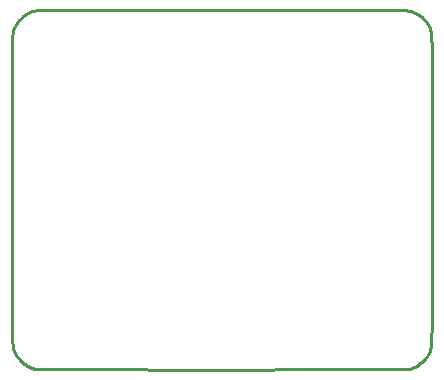
<source format=gbr>
G04 #@! TF.GenerationSoftware,KiCad,Pcbnew,(6.99.0-2452-gdb4f2d9dd8)*
G04 #@! TF.CreationDate,2022-08-02T00:34:45-05:00*
G04 #@! TF.ProjectId,DDS,4444532e-6b69-4636-9164-5f7063625858,rev?*
G04 #@! TF.SameCoordinates,Original*
G04 #@! TF.FileFunction,Profile,NP*
%FSLAX46Y46*%
G04 Gerber Fmt 4.6, Leading zero omitted, Abs format (unit mm)*
G04 Created by KiCad (PCBNEW (6.99.0-2452-gdb4f2d9dd8)) date 2022-08-02 00:34:45*
%MOMM*%
%LPD*%
G01*
G04 APERTURE LIST*
G04 #@! TA.AperFunction,Profile*
%ADD10C,0.240000*%
G04 #@! TD*
G04 APERTURE END LIST*
D10*
X153128481Y-97483000D02*
X155105230Y-97500803D01*
X155590041Y-97533621D01*
X155752985Y-97583534D01*
X155911209Y-97643805D01*
X156064319Y-97714039D01*
X156211920Y-97793840D01*
X156353615Y-97882814D01*
X156489011Y-97980565D01*
X156617710Y-98086697D01*
X156739319Y-98200814D01*
X156853441Y-98322522D01*
X156959681Y-98451425D01*
X157057645Y-98587126D01*
X157146935Y-98729232D01*
X157227158Y-98877345D01*
X157297918Y-99031072D01*
X157358819Y-99190016D01*
X157409467Y-99353781D01*
X157419563Y-99401120D01*
X157428465Y-99475780D01*
X157436248Y-99594383D01*
X157442986Y-99773548D01*
X157448754Y-100029896D01*
X157453627Y-100380048D01*
X157460989Y-101428245D01*
X157465671Y-103051101D01*
X157468273Y-105381580D01*
X157469635Y-112697263D01*
X157460989Y-123966281D01*
X157442986Y-125620978D01*
X157409467Y-126040744D01*
X157359446Y-126202897D01*
X157299530Y-126360155D01*
X157230051Y-126512183D01*
X157151338Y-126658648D01*
X157063723Y-126799216D01*
X156967535Y-126933552D01*
X156863107Y-127061324D01*
X156750768Y-127182196D01*
X156630850Y-127295836D01*
X156503683Y-127401908D01*
X156369598Y-127500080D01*
X156228925Y-127590017D01*
X156081996Y-127671386D01*
X155929140Y-127743851D01*
X155770689Y-127807081D01*
X155606974Y-127860739D01*
X155560157Y-127870728D01*
X155478894Y-127879551D01*
X155343663Y-127887289D01*
X155134939Y-127894022D01*
X154833198Y-127899831D01*
X154418918Y-127904797D01*
X153174645Y-127912519D01*
X151245929Y-127917834D01*
X148476583Y-127921386D01*
X139791242Y-127925778D01*
X127122594Y-127921743D01*
X123953708Y-127886301D01*
X123953717Y-127886228D01*
X123862154Y-127866263D01*
X123772387Y-127843297D01*
X123684361Y-127817300D01*
X123598023Y-127788243D01*
X123513318Y-127756095D01*
X123430192Y-127720828D01*
X123348591Y-127682412D01*
X123268460Y-127640816D01*
X123189746Y-127596011D01*
X123112394Y-127547969D01*
X123036350Y-127496657D01*
X122961560Y-127442049D01*
X122887969Y-127384112D01*
X122815523Y-127322819D01*
X122744169Y-127258139D01*
X122673851Y-127190042D01*
X122624193Y-127139454D01*
X122577045Y-127089476D01*
X122532275Y-127039913D01*
X122489753Y-126990568D01*
X122449347Y-126941247D01*
X122410926Y-126891752D01*
X122374358Y-126841888D01*
X122339512Y-126791458D01*
X122306257Y-126740268D01*
X122274462Y-126688119D01*
X122243995Y-126634818D01*
X122214725Y-126580167D01*
X122186520Y-126523971D01*
X122159251Y-126466033D01*
X122132784Y-126406158D01*
X122106989Y-126344150D01*
X122043788Y-126196425D01*
X122030693Y-126156806D01*
X122018605Y-126110110D01*
X122007486Y-126053334D01*
X121997299Y-125983477D01*
X121988007Y-125897538D01*
X121979571Y-125792515D01*
X121971954Y-125665407D01*
X121965118Y-125513212D01*
X121953641Y-125121555D01*
X121944838Y-124593534D01*
X121938410Y-123905134D01*
X121934056Y-123032346D01*
X121931474Y-121951157D01*
X121930365Y-120637554D01*
X121934636Y-112578775D01*
X121950892Y-101383089D01*
X121970028Y-99744732D01*
X122003850Y-99336899D01*
X122056832Y-99175662D01*
X122118232Y-99020159D01*
X122187861Y-98870583D01*
X122265528Y-98727128D01*
X122351044Y-98589987D01*
X122444219Y-98459355D01*
X122544862Y-98335424D01*
X122652784Y-98218388D01*
X122767794Y-98108440D01*
X122889702Y-98005775D01*
X123018319Y-97910585D01*
X123153454Y-97823065D01*
X123294918Y-97743406D01*
X123442519Y-97671805D01*
X123596069Y-97608452D01*
X123755377Y-97553543D01*
X124009377Y-97474222D01*
X139689641Y-97474222D01*
X153128481Y-97483000D01*
M02*

</source>
